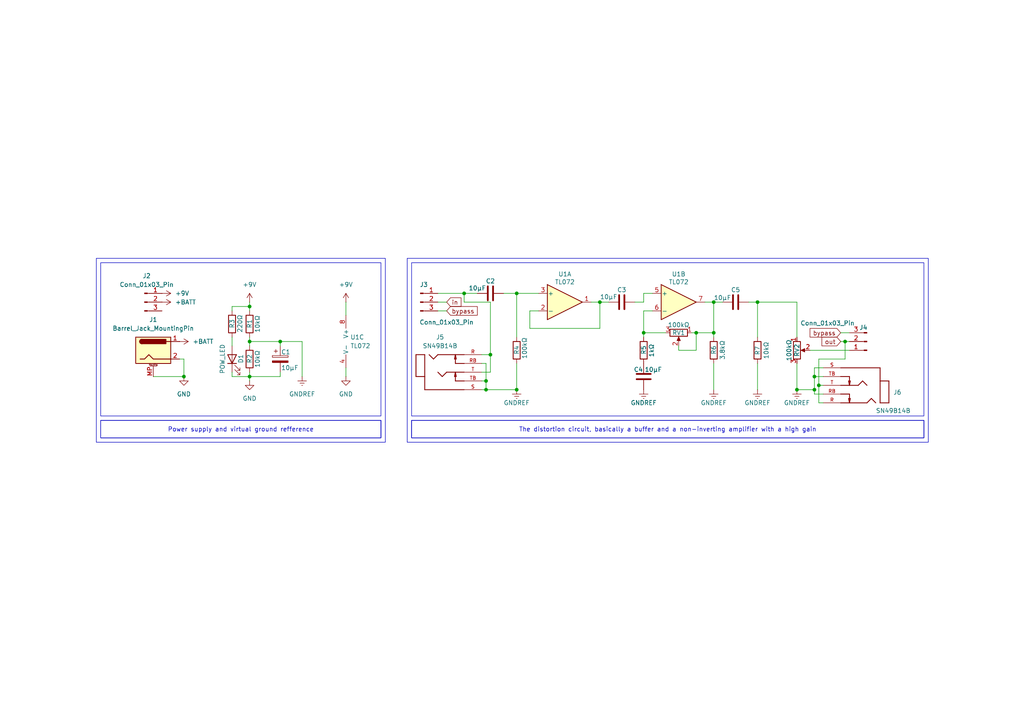
<source format=kicad_sch>
(kicad_sch (version 20231120) (generator "eeschema") (generator_version "8.0")
  (paper "A4")
  (lib_symbols
    (symbol "Amplifier_Operational:TL072" (pin_names (offset 0.127))
      (property "Reference" "U" (at 0 5.08 0))
      (property "Value" "TL072" (at 0 -5.08 0))
      (symbol "TL072_1_1"
        (polyline (pts (xy -5.08 5.08) (xy 5.08 0) (xy -5.08 -5.08) (xy -5.08 5.08)) (stroke (width 0.254)) (fill (type background)))
        (pin output line (at 7.62 0 180) (length 2.54) (name "~") (number "1"))
        (pin input line (at -7.62 -2.54 0) (length 2.54) (name "-") (number "2"))
        (pin input line (at -7.62 2.54 0) (length 2.54) (name "+") (number "3"))
      )
      (symbol "TL072_2_1"
        (polyline (pts (xy -5.08 5.08) (xy 5.08 0) (xy -5.08 -5.08) (xy -5.08 5.08)) (stroke (width 0.254)) (fill (type background)))
        (pin input line (at -7.62 2.54 0) (length 2.54) (name "+") (number "5"))
        (pin input line (at -7.62 -2.54 0) (length 2.54) (name "-") (number "6"))
        (pin output line (at 7.62 0 180) (length 2.54) (name "~") (number "7"))
      )
      (symbol "TL072_3_1"
        (pin power_in line (at -2.54 -7.62 90) (length 3.81) (name "V-") (number "4"))
        (pin power_in line (at -2.54 7.62 270) (length 3.81) (name "V+") (number "8"))
      )
    )
    (symbol "Connector:Barrel_Jack_MountingPin" (pin_names hide)
      (property "Reference" "J" (at 0 5.334 0))
      (property "Value" "Barrel_Jack_MountingPin" (at 1.27 -6.35 0))
      (symbol "Barrel_Jack_MountingPin_0_1"
        (rectangle (start -5.08 3.81) (end 5.08 -3.81) (stroke (width 0.254)) (fill (type background)))
        (arc (start -3.302 3.175) (mid -3.9343 2.54) (end -3.302 1.905) (stroke (width 0.254)))
        (arc (start -3.302 3.175) (mid -3.9343 2.54) (end -3.302 1.905) (stroke (width 0.254)) (fill (type outline)))
        (polyline (pts (xy 5.08 2.54) (xy 3.81 2.54)) (stroke (width 0.254)))
        (polyline (pts (xy -3.81 -2.54) (xy -2.54 -2.54) (xy -1.27 -1.27) (xy 0 -2.54) (xy 2.54 -2.54) (xy 5.08 -2.54)) (stroke (width 0.254)))
        (rectangle (start 3.683 3.175) (end -3.302 1.905) (stroke (width 0.254)) (fill (type outline)))
      )
      (symbol "Barrel_Jack_MountingPin_1_1"
        (polyline (pts (xy -1.016 -4.572) (xy 1.016 -4.572)) (stroke (width 0.1524)))
        (text "Mounting" (at 0 -4.191 0) (effects (font (size 0.381 0.381))))
        (pin passive line (at 7.62 2.54 180) (length 2.54) (name "~") (number "1"))
        (pin passive line (at 7.62 -2.54 180) (length 2.54) (name "~") (number "2"))
        (pin passive line (at 0 -7.62 90) (length 3.048) (name "MountPin") (number "MP"))
      )
    )
    (symbol "Connector:Conn_01x03_Pin" (pin_names (offset 1.016) hide)
      (property "Reference" "J" (at 0 5.08 0))
      (property "Value" "Conn_01x03_Pin" (at 0 -5.08 0))
      (symbol "Conn_01x03_Pin_1_1"
        (polyline (pts (xy 1.27 -2.54) (xy 0.8636 -2.54)) (stroke (width 0.1524)))
        (polyline (pts (xy 1.27 0) (xy 0.8636 0)) (stroke (width 0.1524)))
        (polyline (pts (xy 1.27 2.54) (xy 0.8636 2.54)) (stroke (width 0.1524)))
        (rectangle (start 0.8636 -2.413) (end 0 -2.667) (stroke (width 0.1524)) (fill (type outline)))
        (rectangle (start 0.8636 0.127) (end 0 -0.127) (stroke (width 0.1524)) (fill (type outline)))
        (rectangle (start 0.8636 2.667) (end 0 2.413) (stroke (width 0.1524)) (fill (type outline)))
        (pin passive line (at 5.08 2.54 180) (length 3.81) (name "Pin_1") (number "1"))
        (pin passive line (at 5.08 0 180) (length 3.81) (name "Pin_2") (number "2"))
        (pin passive line (at 5.08 -2.54 180) (length 3.81) (name "Pin_3") (number "3"))
      )
    )
    (symbol "Device:C" (pin_numbers hide) (pin_names (offset 0.254))
      (property "Reference" "C" (at 0.635 2.54 0))
      (property "Value" "C" (at 0.635 -2.54 0))
      (symbol "C_0_1"
        (polyline (pts (xy -2.032 -0.762) (xy 2.032 -0.762)) (stroke (width 0.508)))
        (polyline (pts (xy -2.032 0.762) (xy 2.032 0.762)) (stroke (width 0.508)))
      )
      (symbol "C_1_1"
        (pin passive line (at 0 3.81 270) (length 2.794) (name "~") (number "1"))
        (pin passive line (at 0 -3.81 90) (length 2.794) (name "~") (number "2"))
      )
    )
    (symbol "Device:C_Polarized" (pin_numbers hide) (pin_names (offset 0.254))
      (property "Reference" "C" (at 0.635 2.54 0))
      (property "Value" "C_Polarized" (at 0.635 -2.54 0))
      (symbol "C_Polarized_0_1"
        (rectangle (start -2.286 0.508) (end 2.286 1.016))
        (polyline (pts (xy -1.778 2.286) (xy -0.762 2.286)))
        (polyline (pts (xy -1.27 2.794) (xy -1.27 1.778)))
        (rectangle (start 2.286 -0.508) (end -2.286 -1.016) (fill (type outline)))
      )
      (symbol "C_Polarized_1_1"
        (pin passive line (at 0 3.81 270) (length 2.794) (name "~") (number "1"))
        (pin passive line (at 0 -3.81 90) (length 2.794) (name "~") (number "2"))
      )
    )
    (symbol "Device:LED" (pin_numbers hide) (pin_names (offset 1.016) hide)
      (property "Reference" "D" (at 0 2.54 0))
      (property "Value" "LED" (at 0 -2.54 0))
      (symbol "LED_0_1"
        (polyline (pts (xy -1.27 -1.27) (xy -1.27 1.27)) (stroke (width 0.254)))
        (polyline (pts (xy -1.27 0) (xy 1.27 0)))
        (polyline (pts (xy 1.27 -1.27) (xy 1.27 1.27) (xy -1.27 0) (xy 1.27 -1.27)) (stroke (width 0.254)))
        (polyline (pts (xy -3.048 -0.762) (xy -4.572 -2.286) (xy -3.81 -2.286) (xy -4.572 -2.286) (xy -4.572 -1.524)))
        (polyline (pts (xy -1.778 -0.762) (xy -3.302 -2.286) (xy -2.54 -2.286) (xy -3.302 -2.286) (xy -3.302 -1.524)))
      )
      (symbol "LED_1_1"
        (pin passive line (at -3.81 0 0) (length 2.54) (name "K") (number "1"))
        (pin passive line (at 3.81 0 180) (length 2.54) (name "A") (number "2"))
      )
    )
    (symbol "Device:R" (pin_numbers hide) (pin_names (offset 0))
      (property "Reference" "R" (at 2.032 0 90))
      (property "Value" "R" (at 0 0 90))
      (symbol "R_0_1"
        (rectangle (start -1.016 -2.54) (end 1.016 2.54) (stroke (width 0.254)))
      )
      (symbol "R_1_1"
        (pin passive line (at 0 3.81 270) (length 1.27) (name "~") (number "1"))
        (pin passive line (at 0 -3.81 90) (length 1.27) (name "~") (number "2"))
      )
    )
    (symbol "Device:R_Potentiometer" (pin_names (offset 1.016) hide)
      (property "Reference" "RV" (at -4.445 0 90))
      (property "Value" "R_Potentiometer" (at -2.54 0 90))
      (symbol "R_Potentiometer_0_1"
        (polyline (pts (xy 2.54 0) (xy 1.524 0)))
        (polyline (pts (xy 1.143 0) (xy 2.286 0.508) (xy 2.286 -0.508) (xy 1.143 0)) (fill (type outline)))
        (rectangle (start 1.016 2.54) (end -1.016 -2.54) (stroke (width 0.254)))
      )
      (symbol "R_Potentiometer_1_1"
        (pin passive line (at 0 3.81 270) (length 1.27) (name "1") (number "1"))
        (pin passive line (at 3.81 0 180) (length 1.27) (name "2") (number "2"))
        (pin passive line (at 0 -3.81 90) (length 1.27) (name "3") (number "3"))
      )
    )
    (symbol "SN49B14B:SN49B14B" (pin_names (offset 1.016))
      (property "Reference" "J" (at -5.08 7.62 0))
      (property "Value" "SN49B14B" (at -5.08 -7.62 0))
      (symbol "SN49B14B_0_0"
        (polyline (pts (xy -8.89 -1.27) (xy -8.89 5.08)) (stroke (width 0.254)))
        (polyline (pts (xy -8.89 5.08) (xy -6.35 5.08)) (stroke (width 0.254)))
        (polyline (pts (xy -6.35 -5.08) (xy -6.35 -1.27)) (stroke (width 0.254)))
        (polyline (pts (xy -6.35 -5.08) (xy 5.08 -5.08)) (stroke (width 0.254)))
        (polyline (pts (xy -6.35 -1.27) (xy -8.89 -1.27)) (stroke (width 0.254)))
        (polyline (pts (xy -6.35 5.08) (xy -6.35 -1.27)) (stroke (width 0.254)))
        (polyline (pts (xy -5.08 5.08) (xy -3.81 3.81)) (stroke (width 0.254)))
        (polyline (pts (xy -3.81 3.81) (xy -2.54 5.08)) (stroke (width 0.254)))
        (polyline (pts (xy -2.54 0) (xy -1.27 -1.27)) (stroke (width 0.254)))
        (polyline (pts (xy -2.54 5.08) (xy 5.08 5.08)) (stroke (width 0.254)))
        (polyline (pts (xy -1.27 -1.27) (xy 0 0)) (stroke (width 0.254)))
        (polyline (pts (xy 0 0) (xy 5.08 0)) (stroke (width 0.254)))
        (polyline (pts (xy 2.54 -2.54) (xy 2.54 -0.762)) (stroke (width 0.254)))
        (polyline (pts (xy 2.54 -2.54) (xy 5.08 -2.54)) (stroke (width 0.254)))
        (polyline (pts (xy 2.54 2.54) (xy 2.54 4.318)) (stroke (width 0.254)))
        (polyline (pts (xy 2.54 2.54) (xy 5.08 2.54)) (stroke (width 0.254)))
        (polyline (pts (xy 2.54 0) (xy 2.286 -1.27) (xy 2.794 -1.27) (xy 2.54 0)) (stroke (width 0.254)) (fill (type outline)))
        (polyline (pts (xy 2.54 5.08) (xy 2.286 3.81) (xy 2.794 3.81) (xy 2.54 5.08)) (stroke (width 0.254)) (fill (type outline)))
        (pin passive line (at 10.16 5.08 180) (length 5.08) (name "~") (number "R"))
        (pin passive line (at 10.16 2.54 180) (length 5.08) (name "~") (number "RB"))
        (pin passive line (at 10.16 -5.08 180) (length 5.08) (name "~") (number "S"))
        (pin passive line (at 10.16 0 180) (length 5.08) (name "~") (number "T"))
        (pin passive line (at 10.16 -2.54 180) (length 5.08) (name "~") (number "TB"))
      )
    )
    (symbol "power:+9V" (power) (pin_numbers hide) (pin_names (offset 0) hide)
      (property "Value" "+9V" (at 0 3.556 0))
      (symbol "+9V_0_1"
        (polyline (pts (xy -0.762 1.27) (xy 0 2.54)))
        (polyline (pts (xy 0 0) (xy 0 2.54)))
        (polyline (pts (xy 0 2.54) (xy 0.762 1.27)))
      )
      (symbol "+9V_1_1"
        (pin power_in line (at 0 0 90) (length 0) (name "~") (number "1"))
      )
    )
    (symbol "power:+BATT" (power) (pin_numbers hide) (pin_names (offset 0) hide)
      (property "Value" "+BATT" (at 0 3.556 0))
      (symbol "+BATT_0_1"
        (polyline (pts (xy -0.762 1.27) (xy 0 2.54)))
        (polyline (pts (xy 0 0) (xy 0 2.54)))
        (polyline (pts (xy 0 2.54) (xy 0.762 1.27)))
      )
      (symbol "+BATT_1_1"
        (pin power_in line (at 0 0 90) (length 0) (name "~") (number "1"))
      )
    )
    (symbol "power:GND" (power) (pin_numbers hide) (pin_names (offset 0) hide)
      (property "Value" "GND" (at 0 -3.81 0))
      (symbol "GND_0_1"
        (polyline (pts (xy 0 0) (xy 0 -1.27) (xy 1.27 -1.27) (xy 0 -2.54) (xy -1.27 -1.27) (xy 0 -1.27)))
      )
      (symbol "GND_1_1"
        (pin power_in line (at 0 0 270) (length 0) (name "~") (number "1"))
      )
    )
    (symbol "power:GNDREF" (power) (pin_numbers hide) (pin_names (offset 0) hide)
      (property "Value" "GNDREF" (at 0 -3.81 0))
      (symbol "GNDREF_0_1"
        (polyline (pts (xy -0.635 -1.905) (xy 0.635 -1.905)))
        (polyline (pts (xy -0.127 -2.54) (xy 0.127 -2.54)))
        (polyline (pts (xy 0 -1.27) (xy 0 0)))
        (polyline (pts (xy 1.27 -1.27) (xy -1.27 -1.27)))
      )
      (symbol "GNDREF_1_1"
        (pin power_in line (at 0 0 270) (length 0) (name "~") (number "1"))
      )
    )
  )
  (junction (at 231.14 113.03))
  (junction (at 72.39 109.22))
  (junction (at 173.99 87.63))
  (junction (at 81.28 99.06))
  (junction (at 53.34 109.22))
  (junction (at 207.01 87.63))
  (junction (at 236.22 113.03))
  (junction (at 219.71 87.63))
  (junction (at 207.01 96.52))
  (junction (at 142.24 102.87))
  (junction (at 72.39 88.9))
  (junction (at 236.22 109.22))
  (junction (at 134.62 85.09))
  (junction (at 72.39 99.06))
  (junction (at 237.49 111.76))
  (junction (at 149.86 113.03))
  (junction (at 149.86 85.09))
  (junction (at 245.11 99.06))
  (junction (at 140.97 113.03))
  (junction (at 140.97 110.49))
  (junction (at 201.93 96.52))
  (junction (at 186.69 96.52))
  (wire (pts (xy 237.49 116.84) (xy 238.76 116.84)))
  (wire (pts (xy 81.28 107.95) (xy 81.28 109.22)))
  (wire (pts (xy 142.24 102.87) (xy 142.24 87.63)))
  (wire (pts (xy 67.31 109.22) (xy 72.39 109.22)))
  (wire (pts (xy 186.69 87.63) (xy 186.69 85.09)))
  (wire (pts (xy 219.71 105.41) (xy 219.71 113.03)))
  (wire (pts (xy 139.7 110.49) (xy 140.97 110.49)))
  (wire (pts (xy 127 87.63) (xy 129.54 87.63)))
  (wire (pts (xy 146.05 85.09) (xy 149.86 85.09)))
  (wire (pts (xy 134.62 87.63) (xy 134.62 85.09)))
  (wire (pts (xy 186.69 90.17) (xy 189.23 90.17)))
  (wire (pts (xy 153.67 95.25) (xy 173.99 95.25)))
  (wire (pts (xy 238.76 114.3) (xy 236.22 114.3)))
  (wire (pts (xy 67.31 88.9) (xy 72.39 88.9)))
  (wire (pts (xy 186.69 96.52) (xy 186.69 97.79)))
  (wire (pts (xy 140.97 110.49) (xy 140.97 113.03)))
  (wire (pts (xy 139.7 102.87) (xy 142.24 102.87)))
  (wire (pts (xy 134.62 85.09) (xy 138.43 85.09)))
  (wire (pts (xy 149.86 85.09) (xy 149.86 97.79)))
  (wire (pts (xy 149.86 105.41) (xy 149.86 113.03)))
  (wire (pts (xy 238.76 106.68) (xy 236.22 106.68)))
  (wire (pts (xy 153.67 90.17) (xy 153.67 95.25)))
  (wire (pts (xy 231.14 97.79) (xy 231.14 87.63)))
  (wire (pts (xy 142.24 107.95) (xy 139.7 107.95)))
  (wire (pts (xy 186.69 96.52) (xy 186.69 90.17)))
  (wire (pts (xy 127 85.09) (xy 134.62 85.09)))
  (wire (pts (xy 140.97 105.41) (xy 140.97 110.49)))
  (wire (pts (xy 204.47 87.63) (xy 207.01 87.63)))
  (wire (pts (xy 173.99 87.63) (xy 171.45 87.63)))
  (wire (pts (xy 201.93 96.52) (xy 200.66 96.52)))
  (wire (pts (xy 201.93 96.52) (xy 201.93 101.6)))
  (wire (pts (xy 142.24 87.63) (xy 134.62 87.63)))
  (wire (pts (xy 231.14 105.41) (xy 231.14 113.03)))
  (wire (pts (xy 237.49 104.14) (xy 245.11 104.14)))
  (wire (pts (xy 236.22 113.03) (xy 236.22 109.22)))
  (wire (pts (xy 245.11 99.06) (xy 243.84 99.06)))
  (wire (pts (xy 237.49 111.76) (xy 237.49 116.84)))
  (wire (pts (xy 100.33 87.63) (xy 100.33 91.44)))
  (wire (pts (xy 207.01 105.41) (xy 207.01 113.03)))
  (wire (pts (xy 142.24 102.87) (xy 142.24 107.95)))
  (wire (pts (xy 236.22 106.68) (xy 236.22 109.22)))
  (wire (pts (xy 184.15 87.63) (xy 186.69 87.63)))
  (wire (pts (xy 87.63 109.22) (xy 87.63 99.06)))
  (wire (pts (xy 245.11 104.14) (xy 245.11 99.06)))
  (wire (pts (xy 72.39 88.9) (xy 72.39 90.17)))
  (wire (pts (xy 139.7 105.41) (xy 140.97 105.41)))
  (wire (pts (xy 67.31 97.79) (xy 67.31 100.33)))
  (wire (pts (xy 72.39 107.95) (xy 72.39 109.22)))
  (wire (pts (xy 207.01 96.52) (xy 201.93 96.52)))
  (wire (pts (xy 87.63 99.06) (xy 81.28 99.06)))
  (wire (pts (xy 44.45 109.22) (xy 53.34 109.22)))
  (wire (pts (xy 140.97 113.03) (xy 149.86 113.03)))
  (wire (pts (xy 72.39 87.63) (xy 72.39 88.9)))
  (wire (pts (xy 207.01 87.63) (xy 209.55 87.63)))
  (wire (pts (xy 196.85 101.6) (xy 201.93 101.6)))
  (wire (pts (xy 236.22 109.22) (xy 238.76 109.22)))
  (wire (pts (xy 207.01 96.52) (xy 207.01 97.79)))
  (wire (pts (xy 219.71 97.79) (xy 219.71 87.63)))
  (wire (pts (xy 72.39 109.22) (xy 72.39 110.49)))
  (wire (pts (xy 52.07 104.14) (xy 53.34 104.14)))
  (wire (pts (xy 72.39 97.79) (xy 72.39 99.06)))
  (wire (pts (xy 139.7 113.03) (xy 140.97 113.03)))
  (wire (pts (xy 173.99 87.63) (xy 176.53 87.63)))
  (wire (pts (xy 156.21 90.17) (xy 153.67 90.17)))
  (wire (pts (xy 231.14 113.03) (xy 236.22 113.03)))
  (wire (pts (xy 81.28 109.22) (xy 72.39 109.22)))
  (wire (pts (xy 246.38 99.06) (xy 245.11 99.06)))
  (wire (pts (xy 234.95 101.6) (xy 246.38 101.6)))
  (wire (pts (xy 207.01 87.63) (xy 207.01 96.52)))
  (wire (pts (xy 186.69 96.52) (xy 193.04 96.52)))
  (wire (pts (xy 67.31 107.95) (xy 67.31 109.22)))
  (wire (pts (xy 186.69 85.09) (xy 189.23 85.09)))
  (wire (pts (xy 237.49 111.76) (xy 237.49 104.14)))
  (wire (pts (xy 243.84 96.52) (xy 246.38 96.52)))
  (wire (pts (xy 53.34 109.22) (xy 53.34 104.14)))
  (wire (pts (xy 100.33 109.22) (xy 100.33 106.68)))
  (wire (pts (xy 236.22 114.3) (xy 236.22 113.03)))
  (wire (pts (xy 219.71 87.63) (xy 217.17 87.63)))
  (wire (pts (xy 196.85 100.33) (xy 196.85 101.6)))
  (wire (pts (xy 149.86 85.09) (xy 156.21 85.09)))
  (wire (pts (xy 173.99 95.25) (xy 173.99 87.63)))
  (wire (pts (xy 81.28 99.06) (xy 72.39 99.06)))
  (wire (pts (xy 72.39 99.06) (xy 72.39 100.33)))
  (wire (pts (xy 127 90.17) (xy 129.54 90.17)))
  (wire (pts (xy 238.76 111.76) (xy 237.49 111.76)))
  (wire (pts (xy 231.14 87.63) (xy 219.71 87.63)))
  (wire (pts (xy 81.28 100.33) (xy 81.28 99.06)))
  (wire (pts (xy 67.31 90.17) (xy 67.31 88.9)))
  (rectangle (start 29.21 76.2) (end 110.49 120.65))
  (rectangle (start 27.94 74.93) (end 111.76 128.27))
  (rectangle (start 119.38 121.92) (end 267.97 127))
  (rectangle (start 119.38 76.2) (end 267.97 120.65))
  (rectangle (start 29.21 121.92) (end 110.49 127))
  (rectangle (start 118.11 74.93) (end 269.24 128.27))
  (text_box "The distortion circuit, basically a buffer and a non-inverting amplifier with a high gain" (at 119.38 121.92 0) (size 148.59 5.08) (effects (font (size 1.27 1.27))))
  (text_box "Power supply and virtual ground refference" (at 29.21 121.92 0) (size 81.28 5.08) (effects (font (size 1.27 1.27))))
  (global_label "bypass" (shape input) (at 243.84 96.52 180) (property "Intersheetrefs" "${INTERSHEET_REFS}" (effects (hide yes))))
  (global_label "in" (shape input) (at 129.54 87.63 0) (property "Intersheetrefs" "${INTERSHEET_REFS}" (effects (hide yes))))
  (global_label "out" (shape input) (at 243.84 99.06 180) (property "Intersheetrefs" "${INTERSHEET_REFS}" (effects (hide yes))))
  (global_label "bypass" (shape input) (at 129.54 90.17 0) (property "Intersheetrefs" "${INTERSHEET_REFS}" (effects (hide yes))))
  (symbol (lib_id "Device:R") (at 186.69 101.6 0) (unit 1)
    (property "Reference" "R5" (at 186.69 102.87 90) (effects (justify left)))
    (property "Value" "1kΩ" (at 188.976 103.632 90) (effects (justify left)))
    (property "Footprint" "Resistor_THT:R_Axial_DIN0207_L6.3mm_D2.5mm_P10.16mm_Horizontal" (effects (hide yes)))
    (property "Description" "Resistor" (effects (hide yes)))
  )
  (symbol (lib_id "Device:C") (at 142.24 85.09 90) (unit 1)
    (property "Reference" "C2" (at 142.24 81.534 90))
    (property "Value" "10µF" (at 138.43 83.566 90))
    (property "Footprint" "Capacitor_THT:C_Disc_D4.3mm_W1.9mm_P5.00mm" (effects (hide yes)))
    (property "Description" "Unpolarized capacitor" (effects (hide yes)))
  )
  (symbol (lib_id "Device:R") (at 67.31 93.98 0) (unit 1)
    (property "Reference" "R3" (at 67.31 95.25 90) (effects (justify left)))
    (property "Value" "220Ω" (at 69.596 96.52 90) (effects (justify left)))
    (property "Footprint" "Resistor_THT:R_Axial_DIN0207_L6.3mm_D2.5mm_P10.16mm_Horizontal" (effects (hide yes)))
    (property "Description" "Resistor" (effects (hide yes)))
  )
  (symbol (lib_id "Device:R_Potentiometer") (at 231.14 101.6 0) (unit 1)
    (property "Reference" "RV2" (at 231.14 101.6 90))
    (property "Value" "100kΩ" (at 228.854 101.6 90))
    (property "Footprint" "Potentiometer_THT:Potentiometer_Alpha_RD901F-40-00D_Single_Vertical" (effects (hide yes)))
    (property "Description" "Potentiometer" (effects (hide yes)))
  )
  (symbol (lib_id "Device:C") (at 180.34 87.63 90) (unit 1)
    (property "Reference" "C3" (at 180.34 84.074 90))
    (property "Value" "10µF" (at 176.53 86.106 90))
    (property "Footprint" "Capacitor_THT:C_Disc_D4.3mm_W1.9mm_P5.00mm" (effects (hide yes)))
    (property "Description" "Unpolarized capacitor" (effects (hide yes)))
  )
  (symbol (lib_id "power:GND") (at 100.33 109.22 0) (unit 1)
    (property "Reference" "#PWR06" (effects (hide yes)))
    (property "Value" "GND" (at 100.33 114.3 0))
    (property "Description" "Power symbol creates a global label with name \"GND\" , ground" (effects (hide yes)))
  )
  (symbol (lib_id "Device:R") (at 219.71 101.6 180) (unit 1)
    (property "Reference" "R7" (at 219.71 100.33 90) (effects (justify left)))
    (property "Value" "10kΩ" (at 222.25 99.06 90) (effects (justify left)))
    (property "Footprint" "Resistor_THT:R_Axial_DIN0207_L6.3mm_D2.5mm_P10.16mm_Horizontal" (effects (hide yes)))
    (property "Description" "Resistor" (effects (hide yes)))
  )
  (symbol (lib_id "Device:R") (at 149.86 101.6 0) (unit 1)
    (property "Reference" "R4" (at 149.86 102.87 90) (effects (justify left)))
    (property "Value" "100kΩ" (at 152.146 104.14 90) (effects (justify left)))
    (property "Footprint" "Resistor_THT:R_Axial_DIN0207_L6.3mm_D2.5mm_P10.16mm_Horizontal" (effects (hide yes)))
    (property "Description" "Resistor" (effects (hide yes)))
  )
  (symbol (lib_id "Device:LED") (at 67.31 104.14 90) (unit 1)
    (property "Reference" "D1" (at 69.85 105.41 0) (effects (justify left)))
    (property "Value" "POW_LED" (at 64.516 108.458 0) (effects (justify left)))
    (property "Footprint" "LED_THT:LED_D5.0mm" (effects (hide yes)))
    (property "Description" "Light emitting diode" (effects (hide yes)))
  )
  (symbol (lib_id "Device:R") (at 72.39 104.14 0) (unit 1)
    (property "Reference" "R2" (at 72.39 105.41 90) (effects (justify left)))
    (property "Value" "10kΩ" (at 74.676 106.68 90) (effects (justify left)))
    (property "Footprint" "Resistor_THT:R_Axial_DIN0207_L6.3mm_D2.5mm_P10.16mm_Horizontal" (effects (hide yes)))
    (property "Description" "Resistor" (effects (hide yes)))
  )
  (symbol (lib_id "Device:C") (at 186.69 109.22 180) (unit 1)
    (property "Reference" "C4" (at 185.166 107.188 0))
    (property "Value" "10µF" (at 189.484 107.188 0))
    (property "Footprint" "Capacitor_THT:C_Disc_D4.3mm_W1.9mm_P5.00mm" (effects (hide yes)))
    (property "Description" "Unpolarized capacitor" (effects (hide yes)))
  )
  (symbol (lib_id "Amplifier_Operational:TL072") (at 163.83 87.63 0) (unit 1)
    (property "Reference" "U1" (at 163.83 79.502 0))
    (property "Value" "TL072" (at 163.83 81.788 0))
    (property "Footprint" "Package_DIP:DIP-8_W7.62mm" (effects (hide yes)))
    (property "Datasheet" "http://www.ti.com/lit/ds/symlink/tl071.pdf" (effects (hide yes)))
    (property "Description" "Dual Low-Noise JFET-Input Operational Amplifiers, DIP-8/SOIC-8" (effects (hide yes)))
  )
  (symbol (lib_id "power:+BATT") (at 52.07 99.06 270) (unit 1)
    (property "Reference" "#PWR07" (effects (hide yes)))
    (property "Value" "+BATT" (at 55.88 99.0599 90) (effects (justify left)))
    (property "Description" "Power symbol creates a global label with name \"+BATT\"" (effects (hide yes)))
  )
  (symbol (lib_id "Device:C_Polarized") (at 81.28 104.14 0) (unit 1)
    (property "Reference" "C1" (at 81.534 102.108 0) (effects (justify left)))
    (property "Value" "10µF" (at 81.534 106.68 0) (effects (justify left)))
    (property "Footprint" "Capacitor_THT:CP_Radial_D5.0mm_P2.50mm" (effects (hide yes)))
    (property "Description" "Polarized capacitor" (effects (hide yes)))
  )
  (symbol (lib_id "Connector:Barrel_Jack_MountingPin") (at 44.45 101.6 0) (unit 1)
    (property "Reference" "J1" (at 44.45 92.71 0))
    (property "Value" "Barrel_Jack_MountingPin" (at 44.45 95.25 0))
    (property "Footprint" "Connector_BarrelJack:BarrelJack_Kycon_KLDX-0202-xC_Horizontal" (effects (hide yes)))
    (property "Description" "DC Barrel Jack with a mounting pin" (effects (hide yes)))
  )
  (symbol (lib_id "Connector:Conn_01x03_Pin") (at 251.46 99.06 180) (unit 1)
    (property "Reference" "J4" (at 250.444 94.996 0))
    (property "Value" "Conn_01x03_Pin" (at 240.03 93.726 0))
    (property "Footprint" "Connector_PinHeader_2.54mm:PinHeader_1x03_P2.54mm_Vertical" (effects (hide yes)))
    (property "Description" "Generic connector, single row, 01x03, script generated" (effects (hide yes)))
  )
  (symbol (lib_id "power:+9V") (at 100.33 87.63 0) (unit 1)
    (property "Reference" "#PWR05" (effects (hide yes)))
    (property "Value" "+9V" (at 100.33 82.55 0))
    (property "Description" "Power symbol creates a global label with name \"+9V\"" (effects (hide yes)))
  )
  (symbol (lib_id "power:GNDREF") (at 87.63 109.22 0) (unit 1)
    (property "Reference" "#PWR01" (effects (hide yes)))
    (property "Value" "GNDREF" (at 87.63 114.3 0))
    (property "Description" "Power symbol creates a global label with name \"GNDREF\" , reference supply ground" (effects (hide yes)))
  )
  (symbol (lib_id "Device:C") (at 213.36 87.63 90) (unit 1)
    (property "Reference" "C5" (at 213.36 84.074 90))
    (property "Value" "10µF" (at 209.55 86.36 90))
    (property "Footprint" "Capacitor_THT:C_Disc_D4.3mm_W1.9mm_P5.00mm" (effects (hide yes)))
    (property "Description" "Unpolarized capacitor" (effects (hide yes)))
  )
  (symbol (lib_id "SN49B14B:SN49B14B") (at 248.92 111.76 180) (unit 1)
    (property "Reference" "J6" (at 259.08 113.792 0) (effects (justify right)))
    (property "Value" "SN49B14B" (at 254 119.126 0) (effects (justify right)))
    (property "Footprint" "footprints:PJ-644C" (effects (hide yes)))
    (property "PARTREV" "F" (effects (hide yes)))
    (property "STANDARD" "Manufacturer Recommendations" (effects (hide yes)))
    (property "MANUFACTURER" "Switchcraft" (effects (hide yes)))
  )
  (symbol (lib_id "power:GNDREF") (at 231.14 113.03 0) (unit 1)
    (property "Reference" "#PWR014" (effects (hide yes)))
    (property "Value" "GNDREF" (at 231.14 116.84 0))
    (property "Description" "Power symbol creates a global label with name \"GNDREF\" , reference supply ground" (effects (hide yes)))
  )
  (symbol (lib_id "Device:R") (at 72.39 93.98 0) (unit 1)
    (property "Reference" "R1" (at 72.39 95.25 90) (effects (justify left)))
    (property "Value" "10kΩ" (at 74.676 96.52 90) (effects (justify left)))
    (property "Footprint" "Resistor_THT:R_Axial_DIN0207_L6.3mm_D2.5mm_P10.16mm_Horizontal" (effects (hide yes)))
    (property "Description" "Resistor" (effects (hide yes)))
  )
  (symbol (lib_id "power:GNDREF") (at 207.01 113.03 0) (unit 1)
    (property "Reference" "#PWR012" (effects (hide yes)))
    (property "Value" "GNDREF" (at 207.01 116.84 0))
    (property "Description" "Power symbol creates a global label with name \"GNDREF\" , reference supply ground" (effects (hide yes)))
  )
  (symbol (lib_id "Device:R_Potentiometer") (at 196.85 96.52 270) (unit 1)
    (property "Reference" "RV1" (at 196.85 96.52 90))
    (property "Value" "100kΩ" (at 196.85 94.234 90))
    (property "Footprint" "Potentiometer_THT:Potentiometer_Alpha_RD901F-40-00D_Single_Vertical" (effects (hide yes)))
    (property "Description" "Potentiometer" (effects (hide yes)))
  )
  (symbol (lib_id "power:GNDREF") (at 149.86 113.03 0) (unit 1)
    (property "Reference" "#PWR010" (effects (hide yes)))
    (property "Value" "GNDREF" (at 149.86 116.84 0))
    (property "Description" "Power symbol creates a global label with name \"GNDREF\" , reference supply ground" (effects (hide yes)))
  )
  (symbol (lib_id "Amplifier_Operational:TL072") (at 102.87 99.06 0) (unit 3)
    (property "Reference" "U1" (at 101.6 97.7899 0) (effects (justify left)))
    (property "Value" "TL072" (at 101.6 100.3299 0) (effects (justify left)))
    (property "Footprint" "Package_DIP:DIP-8_W7.62mm" (effects (hide yes)))
    (property "Datasheet" "http://www.ti.com/lit/ds/symlink/tl071.pdf" (effects (hide yes)))
    (property "Description" "Dual Low-Noise JFET-Input Operational Amplifiers, DIP-8/SOIC-8" (effects (hide yes)))
  )
  (symbol (lib_id "Amplifier_Operational:TL072") (at 196.85 87.63 0) (unit 2)
    (property "Reference" "U1" (at 196.85 79.502 0))
    (property "Value" "TL072" (at 196.85 81.788 0))
    (property "Footprint" "Package_DIP:DIP-8_W7.62mm" (effects (hide yes)))
    (property "Datasheet" "http://www.ti.com/lit/ds/symlink/tl071.pdf" (effects (hide yes)))
    (property "Description" "Dual Low-Noise JFET-Input Operational Amplifiers, DIP-8/SOIC-8" (effects (hide yes)))
  )
  (symbol (lib_id "power:+9V") (at 46.99 85.09 270) (unit 1)
    (property "Reference" "#PWR09" (effects (hide yes)))
    (property "Value" "+9V" (at 50.8 85.0899 90) (effects (justify left)))
    (property "Description" "Power symbol creates a global label with name \"+9V\"" (effects (hide yes)))
  )
  (symbol (lib_id "power:GND") (at 72.39 110.49 0) (unit 1)
    (property "Reference" "#PWR04" (effects (hide yes)))
    (property "Value" "GND" (at 72.39 115.57 0))
    (property "Description" "Power symbol creates a global label with name \"GND\" , ground" (effects (hide yes)))
  )
  (symbol (lib_id "Connector:Conn_01x03_Pin") (at 41.91 87.63 0) (unit 1)
    (property "Reference" "J2" (at 42.545 80.01 0))
    (property "Value" "Conn_01x03_Pin" (at 42.545 82.55 0))
    (property "Footprint" "Connector_PinHeader_2.54mm:PinHeader_1x03_P2.54mm_Vertical" (effects (hide yes)))
    (property "Description" "Generic connector, single row, 01x03, script generated" (effects (hide yes)))
  )
  (symbol (lib_id "power:GNDREF") (at 186.69 113.03 0) (unit 1)
    (property "Reference" "#PWR011" (effects (hide yes)))
    (property "Value" "GNDREF" (at 186.69 116.84 0))
    (property "Description" "Power symbol creates a global label with name \"GNDREF\" , reference supply ground" (effects (hide yes)))
  )
  (symbol (lib_id "SN49B14B:SN49B14B") (at 129.54 107.95 0) (unit 1)
    (property "Reference" "J5" (at 127.635 97.79 0))
    (property "Value" "SN49B14B" (at 127.635 100.33 0))
    (property "Footprint" "footprints:PJ-644C" (effects (hide yes)))
    (property "PARTREV" "F" (effects (hide yes)))
    (property "STANDARD" "Manufacturer Recommendations" (effects (hide yes)))
    (property "MANUFACTURER" "Switchcraft" (effects (hide yes)))
  )
  (symbol (lib_id "Connector:Conn_01x03_Pin") (at 121.92 87.63 0) (unit 1)
    (property "Reference" "J3" (at 122.936 82.55 0))
    (property "Value" "Conn_01x03_Pin" (at 129.54 93.472 0))
    (property "Footprint" "Connector_PinHeader_2.54mm:PinHeader_1x03_P2.54mm_Vertical" (effects (hide yes)))
    (property "Description" "Generic connector, single row, 01x03, script generated" (effects (hide yes)))
  )
  (symbol (lib_id "power:GNDREF") (at 219.71 113.03 0) (unit 1)
    (property "Reference" "#PWR013" (effects (hide yes)))
    (property "Value" "GNDREF" (at 219.71 116.84 0))
    (property "Description" "Power symbol creates a global label with name \"GNDREF\" , reference supply ground" (effects (hide yes)))
  )
  (symbol (lib_id "Device:R") (at 207.01 101.6 0) (unit 1)
    (property "Reference" "R6" (at 207.01 102.87 90) (effects (justify left)))
    (property "Value" "3.8kΩ" (at 209.55 104.394 90) (effects (justify left)))
    (property "Footprint" "Resistor_THT:R_Axial_DIN0207_L6.3mm_D2.5mm_P10.16mm_Horizontal" (effects (hide yes)))
    (property "Description" "Resistor" (effects (hide yes)))
  )
  (symbol (lib_id "power:+BATT") (at 46.99 87.63 270) (unit 1)
    (property "Reference" "#PWR08" (effects (hide yes)))
    (property "Value" "+BATT" (at 50.8 87.6299 90) (effects (justify left)))
    (property "Description" "Power symbol creates a global label with name \"+BATT\"" (effects (hide yes)))
  )
  (symbol (lib_id "power:+9V") (at 72.39 87.63 0) (unit 1)
    (property "Reference" "#PWR03" (effects (hide yes)))
    (property "Value" "+9V" (at 72.39 82.55 0))
    (property "Description" "Power symbol creates a global label with name \"+9V\"" (effects (hide yes)))
  )
  (symbol (lib_id "power:GND") (at 53.34 109.22 0) (unit 1)
    (property "Reference" "#PWR02" (effects (hide yes)))
    (property "Value" "GND" (at 53.34 114.3 0))
    (property "Description" "Power symbol creates a global label with name \"GND\" , ground" (effects (hide yes)))
  )
)
</source>
